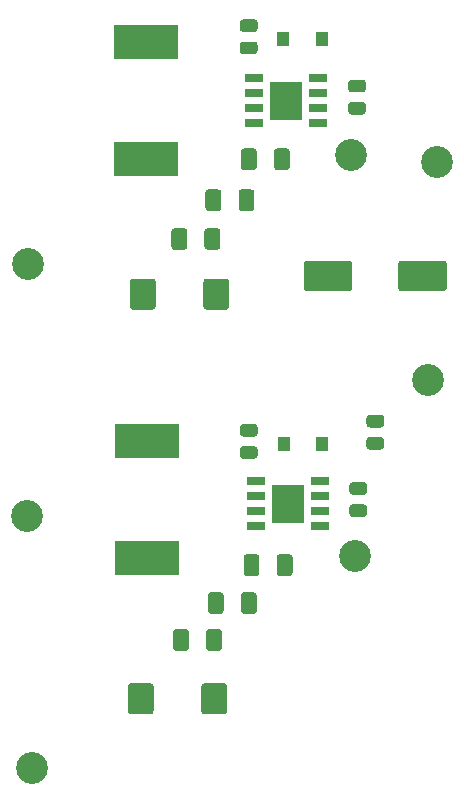
<source format=gbr>
%TF.GenerationSoftware,KiCad,Pcbnew,5.1.6-c6e7f7d~87~ubuntu18.04.1*%
%TF.CreationDate,2021-01-11T16:49:14+13:00*%
%TF.ProjectId,Dual Output Converter,4475616c-204f-4757-9470-757420436f6e,rev?*%
%TF.SameCoordinates,Original*%
%TF.FileFunction,Soldermask,Top*%
%TF.FilePolarity,Negative*%
%FSLAX46Y46*%
G04 Gerber Fmt 4.6, Leading zero omitted, Abs format (unit mm)*
G04 Created by KiCad (PCBNEW 5.1.6-c6e7f7d~87~ubuntu18.04.1) date 2021-01-11 16:49:14*
%MOMM*%
%LPD*%
G01*
G04 APERTURE LIST*
%ADD10R,1.000000X1.300000*%
%ADD11C,2.700000*%
%ADD12R,5.500000X3.000000*%
%ADD13R,2.700000X3.200000*%
%ADD14R,1.650000X0.700000*%
G04 APERTURE END LIST*
%TO.C,C1*%
G36*
G01*
X87174150Y-54557400D02*
X88136650Y-54557400D01*
G75*
G02*
X88405400Y-54826150I0J-268750D01*
G01*
X88405400Y-55363650D01*
G75*
G02*
X88136650Y-55632400I-268750J0D01*
G01*
X87174150Y-55632400D01*
G75*
G02*
X86905400Y-55363650I0J268750D01*
G01*
X86905400Y-54826150D01*
G75*
G02*
X87174150Y-54557400I268750J0D01*
G01*
G37*
G36*
G01*
X87174150Y-56432400D02*
X88136650Y-56432400D01*
G75*
G02*
X88405400Y-56701150I0J-268750D01*
G01*
X88405400Y-57238650D01*
G75*
G02*
X88136650Y-57507400I-268750J0D01*
G01*
X87174150Y-57507400D01*
G75*
G02*
X86905400Y-57238650I0J268750D01*
G01*
X86905400Y-56701150D01*
G75*
G02*
X87174150Y-56432400I268750J0D01*
G01*
G37*
%TD*%
%TO.C,C3*%
G36*
G01*
X96343550Y-59665100D02*
X97306050Y-59665100D01*
G75*
G02*
X97574800Y-59933850I0J-268750D01*
G01*
X97574800Y-60471350D01*
G75*
G02*
X97306050Y-60740100I-268750J0D01*
G01*
X96343550Y-60740100D01*
G75*
G02*
X96074800Y-60471350I0J268750D01*
G01*
X96074800Y-59933850D01*
G75*
G02*
X96343550Y-59665100I268750J0D01*
G01*
G37*
G36*
G01*
X96343550Y-61540100D02*
X97306050Y-61540100D01*
G75*
G02*
X97574800Y-61808850I0J-268750D01*
G01*
X97574800Y-62346350D01*
G75*
G02*
X97306050Y-62615100I-268750J0D01*
G01*
X96343550Y-62615100D01*
G75*
G02*
X96074800Y-62346350I0J268750D01*
G01*
X96074800Y-61808850D01*
G75*
G02*
X96343550Y-61540100I268750J0D01*
G01*
G37*
%TD*%
%TO.C,C4*%
G36*
G01*
X97892950Y-89911900D02*
X98855450Y-89911900D01*
G75*
G02*
X99124200Y-90180650I0J-268750D01*
G01*
X99124200Y-90718150D01*
G75*
G02*
X98855450Y-90986900I-268750J0D01*
G01*
X97892950Y-90986900D01*
G75*
G02*
X97624200Y-90718150I0J268750D01*
G01*
X97624200Y-90180650D01*
G75*
G02*
X97892950Y-89911900I268750J0D01*
G01*
G37*
G36*
G01*
X97892950Y-88036900D02*
X98855450Y-88036900D01*
G75*
G02*
X99124200Y-88305650I0J-268750D01*
G01*
X99124200Y-88843150D01*
G75*
G02*
X98855450Y-89111900I-268750J0D01*
G01*
X97892950Y-89111900D01*
G75*
G02*
X97624200Y-88843150I0J268750D01*
G01*
X97624200Y-88305650D01*
G75*
G02*
X97892950Y-88036900I268750J0D01*
G01*
G37*
%TD*%
%TO.C,C5*%
G36*
G01*
X87174150Y-88811100D02*
X88136650Y-88811100D01*
G75*
G02*
X88405400Y-89079850I0J-268750D01*
G01*
X88405400Y-89617350D01*
G75*
G02*
X88136650Y-89886100I-268750J0D01*
G01*
X87174150Y-89886100D01*
G75*
G02*
X86905400Y-89617350I0J268750D01*
G01*
X86905400Y-89079850D01*
G75*
G02*
X87174150Y-88811100I268750J0D01*
G01*
G37*
G36*
G01*
X87174150Y-90686100D02*
X88136650Y-90686100D01*
G75*
G02*
X88405400Y-90954850I0J-268750D01*
G01*
X88405400Y-91492350D01*
G75*
G02*
X88136650Y-91761100I-268750J0D01*
G01*
X87174150Y-91761100D01*
G75*
G02*
X86905400Y-91492350I0J268750D01*
G01*
X86905400Y-90954850D01*
G75*
G02*
X87174150Y-90686100I268750J0D01*
G01*
G37*
%TD*%
%TO.C,C7*%
G36*
G01*
X96445150Y-95613700D02*
X97407650Y-95613700D01*
G75*
G02*
X97676400Y-95882450I0J-268750D01*
G01*
X97676400Y-96419950D01*
G75*
G02*
X97407650Y-96688700I-268750J0D01*
G01*
X96445150Y-96688700D01*
G75*
G02*
X96176400Y-96419950I0J268750D01*
G01*
X96176400Y-95882450D01*
G75*
G02*
X96445150Y-95613700I268750J0D01*
G01*
G37*
G36*
G01*
X96445150Y-93738700D02*
X97407650Y-93738700D01*
G75*
G02*
X97676400Y-94007450I0J-268750D01*
G01*
X97676400Y-94544950D01*
G75*
G02*
X97407650Y-94813700I-268750J0D01*
G01*
X96445150Y-94813700D01*
G75*
G02*
X96176400Y-94544950I0J268750D01*
G01*
X96176400Y-94007450D01*
G75*
G02*
X96445150Y-93738700I268750J0D01*
G01*
G37*
%TD*%
%TO.C,C8*%
G36*
G01*
X96412000Y-75236200D02*
X96412000Y-77316200D01*
G75*
G02*
X96152000Y-77576200I-260000J0D01*
G01*
X92572000Y-77576200D01*
G75*
G02*
X92312000Y-77316200I0J260000D01*
G01*
X92312000Y-75236200D01*
G75*
G02*
X92572000Y-74976200I260000J0D01*
G01*
X96152000Y-74976200D01*
G75*
G02*
X96412000Y-75236200I0J-260000D01*
G01*
G37*
G36*
G01*
X104412000Y-75236200D02*
X104412000Y-77316200D01*
G75*
G02*
X104152000Y-77576200I-260000J0D01*
G01*
X100572000Y-77576200D01*
G75*
G02*
X100312000Y-77316200I0J260000D01*
G01*
X100312000Y-75236200D01*
G75*
G02*
X100572000Y-74976200I260000J0D01*
G01*
X104152000Y-74976200D01*
G75*
G02*
X104412000Y-75236200I0J-260000D01*
G01*
G37*
%TD*%
D10*
%TO.C,D1*%
X93853000Y-56184800D03*
X90553000Y-56184800D03*
%TD*%
%TO.C,D2*%
X90602800Y-90537800D03*
X93902800Y-90537800D03*
%TD*%
D11*
%TO.C,J1*%
X103632000Y-66624200D03*
%TD*%
%TO.C,J2*%
X68986400Y-75285600D03*
%TD*%
%TO.C,J3*%
X102819200Y-85064600D03*
%TD*%
%TO.C,J4*%
X68884800Y-96621600D03*
%TD*%
%TO.C,J5*%
X69316600Y-117932200D03*
%TD*%
%TO.C,J6*%
X96291400Y-66014600D03*
%TD*%
%TO.C,J7*%
X96647000Y-99961200D03*
%TD*%
D12*
%TO.C,L1*%
X78917800Y-66370200D03*
X78917800Y-56470200D03*
%TD*%
%TO.C,L2*%
X79044800Y-90264400D03*
X79044800Y-100164400D03*
%TD*%
%TO.C,R1*%
G36*
G01*
X81107000Y-73807000D02*
X81107000Y-72497000D01*
G75*
G02*
X81377000Y-72227000I270000J0D01*
G01*
X82187000Y-72227000D01*
G75*
G02*
X82457000Y-72497000I0J-270000D01*
G01*
X82457000Y-73807000D01*
G75*
G02*
X82187000Y-74077000I-270000J0D01*
G01*
X81377000Y-74077000D01*
G75*
G02*
X81107000Y-73807000I0J270000D01*
G01*
G37*
G36*
G01*
X83907000Y-73807000D02*
X83907000Y-72497000D01*
G75*
G02*
X84177000Y-72227000I270000J0D01*
G01*
X84987000Y-72227000D01*
G75*
G02*
X85257000Y-72497000I0J-270000D01*
G01*
X85257000Y-73807000D01*
G75*
G02*
X84987000Y-74077000I-270000J0D01*
G01*
X84177000Y-74077000D01*
G75*
G02*
X83907000Y-73807000I0J270000D01*
G01*
G37*
%TD*%
D13*
%TO.C,U1*%
X90805000Y-61442600D03*
D14*
X88105000Y-59537600D03*
X88105000Y-60807600D03*
X88105000Y-62077600D03*
X88105000Y-63347600D03*
X93505000Y-63347600D03*
X93505000Y-62077600D03*
X93505000Y-60807600D03*
X93505000Y-59537600D03*
%TD*%
%TO.C,U2*%
X93657400Y-93662000D03*
X93657400Y-94932000D03*
X93657400Y-96202000D03*
X93657400Y-97472000D03*
X88257400Y-97472000D03*
X88257400Y-96202000D03*
X88257400Y-94932000D03*
X88257400Y-93662000D03*
D13*
X90957400Y-95567000D03*
%TD*%
%TO.C,C2*%
G36*
G01*
X83826700Y-78888552D02*
X83826700Y-76762648D01*
G75*
G02*
X84088748Y-76500600I262048J0D01*
G01*
X85739652Y-76500600D01*
G75*
G02*
X86001700Y-76762648I0J-262048D01*
G01*
X86001700Y-78888552D01*
G75*
G02*
X85739652Y-79150600I-262048J0D01*
G01*
X84088748Y-79150600D01*
G75*
G02*
X83826700Y-78888552I0J262048D01*
G01*
G37*
G36*
G01*
X77601700Y-78888552D02*
X77601700Y-76762648D01*
G75*
G02*
X77863748Y-76500600I262048J0D01*
G01*
X79514652Y-76500600D01*
G75*
G02*
X79776700Y-76762648I0J-262048D01*
G01*
X79776700Y-78888552D01*
G75*
G02*
X79514652Y-79150600I-262048J0D01*
G01*
X77863748Y-79150600D01*
G75*
G02*
X77601700Y-78888552I0J262048D01*
G01*
G37*
%TD*%
%TO.C,C6*%
G36*
G01*
X77423900Y-113139952D02*
X77423900Y-111014048D01*
G75*
G02*
X77685948Y-110752000I262048J0D01*
G01*
X79336852Y-110752000D01*
G75*
G02*
X79598900Y-111014048I0J-262048D01*
G01*
X79598900Y-113139952D01*
G75*
G02*
X79336852Y-113402000I-262048J0D01*
G01*
X77685948Y-113402000D01*
G75*
G02*
X77423900Y-113139952I0J262048D01*
G01*
G37*
G36*
G01*
X83648900Y-113139952D02*
X83648900Y-111014048D01*
G75*
G02*
X83910948Y-110752000I262048J0D01*
G01*
X85561852Y-110752000D01*
G75*
G02*
X85823900Y-111014048I0J-262048D01*
G01*
X85823900Y-113139952D01*
G75*
G02*
X85561852Y-113402000I-262048J0D01*
G01*
X83910948Y-113402000D01*
G75*
G02*
X83648900Y-113139952I0J262048D01*
G01*
G37*
%TD*%
%TO.C,R2*%
G36*
G01*
X83991300Y-70530400D02*
X83991300Y-69220400D01*
G75*
G02*
X84261300Y-68950400I270000J0D01*
G01*
X85071300Y-68950400D01*
G75*
G02*
X85341300Y-69220400I0J-270000D01*
G01*
X85341300Y-70530400D01*
G75*
G02*
X85071300Y-70800400I-270000J0D01*
G01*
X84261300Y-70800400D01*
G75*
G02*
X83991300Y-70530400I0J270000D01*
G01*
G37*
G36*
G01*
X86791300Y-70530400D02*
X86791300Y-69220400D01*
G75*
G02*
X87061300Y-68950400I270000J0D01*
G01*
X87871300Y-68950400D01*
G75*
G02*
X88141300Y-69220400I0J-270000D01*
G01*
X88141300Y-70530400D01*
G75*
G02*
X87871300Y-70800400I-270000J0D01*
G01*
X87061300Y-70800400D01*
G75*
G02*
X86791300Y-70530400I0J270000D01*
G01*
G37*
%TD*%
%TO.C,R3*%
G36*
G01*
X89788500Y-67050600D02*
X89788500Y-65740600D01*
G75*
G02*
X90058500Y-65470600I270000J0D01*
G01*
X90868500Y-65470600D01*
G75*
G02*
X91138500Y-65740600I0J-270000D01*
G01*
X91138500Y-67050600D01*
G75*
G02*
X90868500Y-67320600I-270000J0D01*
G01*
X90058500Y-67320600D01*
G75*
G02*
X89788500Y-67050600I0J270000D01*
G01*
G37*
G36*
G01*
X86988500Y-67050600D02*
X86988500Y-65740600D01*
G75*
G02*
X87258500Y-65470600I270000J0D01*
G01*
X88068500Y-65470600D01*
G75*
G02*
X88338500Y-65740600I0J-270000D01*
G01*
X88338500Y-67050600D01*
G75*
G02*
X88068500Y-67320600I-270000J0D01*
G01*
X87258500Y-67320600D01*
G75*
G02*
X86988500Y-67050600I0J270000D01*
G01*
G37*
%TD*%
%TO.C,R4*%
G36*
G01*
X81248100Y-107753600D02*
X81248100Y-106443600D01*
G75*
G02*
X81518100Y-106173600I270000J0D01*
G01*
X82328100Y-106173600D01*
G75*
G02*
X82598100Y-106443600I0J-270000D01*
G01*
X82598100Y-107753600D01*
G75*
G02*
X82328100Y-108023600I-270000J0D01*
G01*
X81518100Y-108023600D01*
G75*
G02*
X81248100Y-107753600I0J270000D01*
G01*
G37*
G36*
G01*
X84048100Y-107753600D02*
X84048100Y-106443600D01*
G75*
G02*
X84318100Y-106173600I270000J0D01*
G01*
X85128100Y-106173600D01*
G75*
G02*
X85398100Y-106443600I0J-270000D01*
G01*
X85398100Y-107753600D01*
G75*
G02*
X85128100Y-108023600I-270000J0D01*
G01*
X84318100Y-108023600D01*
G75*
G02*
X84048100Y-107753600I0J270000D01*
G01*
G37*
%TD*%
%TO.C,R5*%
G36*
G01*
X86994500Y-104629400D02*
X86994500Y-103319400D01*
G75*
G02*
X87264500Y-103049400I270000J0D01*
G01*
X88074500Y-103049400D01*
G75*
G02*
X88344500Y-103319400I0J-270000D01*
G01*
X88344500Y-104629400D01*
G75*
G02*
X88074500Y-104899400I-270000J0D01*
G01*
X87264500Y-104899400D01*
G75*
G02*
X86994500Y-104629400I0J270000D01*
G01*
G37*
G36*
G01*
X84194500Y-104629400D02*
X84194500Y-103319400D01*
G75*
G02*
X84464500Y-103049400I270000J0D01*
G01*
X85274500Y-103049400D01*
G75*
G02*
X85544500Y-103319400I0J-270000D01*
G01*
X85544500Y-104629400D01*
G75*
G02*
X85274500Y-104899400I-270000J0D01*
G01*
X84464500Y-104899400D01*
G75*
G02*
X84194500Y-104629400I0J270000D01*
G01*
G37*
%TD*%
%TO.C,R6*%
G36*
G01*
X87217100Y-101429000D02*
X87217100Y-100119000D01*
G75*
G02*
X87487100Y-99849000I270000J0D01*
G01*
X88297100Y-99849000D01*
G75*
G02*
X88567100Y-100119000I0J-270000D01*
G01*
X88567100Y-101429000D01*
G75*
G02*
X88297100Y-101699000I-270000J0D01*
G01*
X87487100Y-101699000D01*
G75*
G02*
X87217100Y-101429000I0J270000D01*
G01*
G37*
G36*
G01*
X90017100Y-101429000D02*
X90017100Y-100119000D01*
G75*
G02*
X90287100Y-99849000I270000J0D01*
G01*
X91097100Y-99849000D01*
G75*
G02*
X91367100Y-100119000I0J-270000D01*
G01*
X91367100Y-101429000D01*
G75*
G02*
X91097100Y-101699000I-270000J0D01*
G01*
X90287100Y-101699000D01*
G75*
G02*
X90017100Y-101429000I0J270000D01*
G01*
G37*
%TD*%
M02*

</source>
